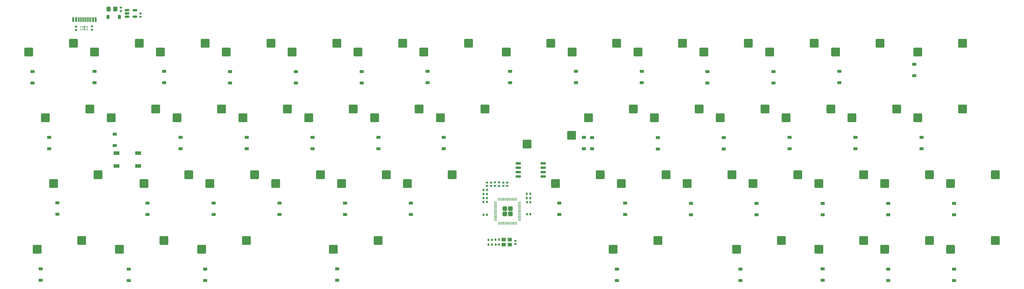
<source format=gbr>
%TF.GenerationSoftware,KiCad,Pcbnew,8.0.0*%
%TF.CreationDate,2024-03-22T00:44:03+00:00*%
%TF.ProjectId,40in60,3430696e-3630-42e6-9b69-6361645f7063,rev?*%
%TF.SameCoordinates,Original*%
%TF.FileFunction,Paste,Bot*%
%TF.FilePolarity,Positive*%
%FSLAX46Y46*%
G04 Gerber Fmt 4.6, Leading zero omitted, Abs format (unit mm)*
G04 Created by KiCad (PCBNEW 8.0.0) date 2024-03-22 00:44:03*
%MOMM*%
%LPD*%
G01*
G04 APERTURE LIST*
G04 Aperture macros list*
%AMRoundRect*
0 Rectangle with rounded corners*
0 $1 Rounding radius*
0 $2 $3 $4 $5 $6 $7 $8 $9 X,Y pos of 4 corners*
0 Add a 4 corners polygon primitive as box body*
4,1,4,$2,$3,$4,$5,$6,$7,$8,$9,$2,$3,0*
0 Add four circle primitives for the rounded corners*
1,1,$1+$1,$2,$3*
1,1,$1+$1,$4,$5*
1,1,$1+$1,$6,$7*
1,1,$1+$1,$8,$9*
0 Add four rect primitives between the rounded corners*
20,1,$1+$1,$2,$3,$4,$5,0*
20,1,$1+$1,$4,$5,$6,$7,0*
20,1,$1+$1,$6,$7,$8,$9,0*
20,1,$1+$1,$8,$9,$2,$3,0*%
G04 Aperture macros list end*
%ADD10RoundRect,0.250000X-1.025000X-1.000000X1.025000X-1.000000X1.025000X1.000000X-1.025000X1.000000X0*%
%ADD11RoundRect,0.250000X1.025000X1.000000X-1.025000X1.000000X-1.025000X-1.000000X1.025000X-1.000000X0*%
%ADD12RoundRect,0.225000X0.225000X0.375000X-0.225000X0.375000X-0.225000X-0.375000X0.225000X-0.375000X0*%
%ADD13RoundRect,0.225000X0.375000X-0.225000X0.375000X0.225000X-0.375000X0.225000X-0.375000X-0.225000X0*%
%ADD14RoundRect,0.150000X0.650000X0.150000X-0.650000X0.150000X-0.650000X-0.150000X0.650000X-0.150000X0*%
%ADD15RoundRect,0.140000X0.170000X-0.140000X0.170000X0.140000X-0.170000X0.140000X-0.170000X-0.140000X0*%
%ADD16RoundRect,0.150000X-0.512500X-0.150000X0.512500X-0.150000X0.512500X0.150000X-0.512500X0.150000X0*%
%ADD17RoundRect,0.135000X-0.185000X0.135000X-0.185000X-0.135000X0.185000X-0.135000X0.185000X0.135000X0*%
%ADD18RoundRect,0.135000X0.135000X0.185000X-0.135000X0.185000X-0.135000X-0.185000X0.135000X-0.185000X0*%
%ADD19RoundRect,0.140000X-0.140000X-0.170000X0.140000X-0.170000X0.140000X0.170000X-0.140000X0.170000X0*%
%ADD20RoundRect,0.249999X0.395001X0.395001X-0.395001X0.395001X-0.395001X-0.395001X0.395001X-0.395001X0*%
%ADD21RoundRect,0.050000X0.387500X0.050000X-0.387500X0.050000X-0.387500X-0.050000X0.387500X-0.050000X0*%
%ADD22RoundRect,0.050000X0.050000X0.387500X-0.050000X0.387500X-0.050000X-0.387500X0.050000X-0.387500X0*%
%ADD23RoundRect,0.140000X0.140000X0.170000X-0.140000X0.170000X-0.140000X-0.170000X0.140000X-0.170000X0*%
%ADD24R,1.700000X1.000000*%
%ADD25RoundRect,0.250000X-0.350000X-0.450000X0.350000X-0.450000X0.350000X0.450000X-0.350000X0.450000X0*%
%ADD26R,1.150000X1.000000*%
%ADD27R,0.600000X1.450000*%
%ADD28R,0.300000X1.450000*%
%ADD29RoundRect,0.135000X-0.135000X-0.185000X0.135000X-0.185000X0.135000X0.185000X-0.135000X0.185000X0*%
%ADD30R,0.250000X0.625000*%
%ADD31R,0.450000X0.700000*%
%ADD32R,0.450000X0.575000*%
G04 APERTURE END LIST*
D10*
%TO.C,SW43*%
X61618750Y-103140000D03*
X74545750Y-100600000D03*
%TD*%
%TO.C,SW28*%
X292600000Y-65040000D03*
X305527000Y-62500000D03*
%TD*%
%TO.C,SW4*%
X92575000Y-45990000D03*
X105502000Y-43450000D03*
%TD*%
%TO.C,SW18*%
X97337500Y-65040000D03*
X110264500Y-62500000D03*
%TD*%
%TO.C,SW46*%
X204493750Y-103140000D03*
X217420750Y-100600000D03*
%TD*%
%TO.C,SW21*%
X154487500Y-65040000D03*
X167414500Y-62500000D03*
%TD*%
%TO.C,SW40*%
X283075000Y-84090000D03*
X296002000Y-81550000D03*
%TD*%
%TO.C,SW6*%
X130675000Y-45990000D03*
X143602000Y-43450000D03*
%TD*%
%TO.C,SW10*%
X211637500Y-45990000D03*
X224564500Y-43450000D03*
%TD*%
%TO.C,SW39*%
X264025000Y-84090000D03*
X276952000Y-81550000D03*
%TD*%
%TO.C,SW36*%
X206875000Y-84090000D03*
X219802000Y-81550000D03*
%TD*%
%TO.C,SW13*%
X268787500Y-45990000D03*
X281714500Y-43450000D03*
%TD*%
%TO.C,SW15*%
X40187500Y-65040000D03*
X53114500Y-62500000D03*
%TD*%
%TO.C,SW25*%
X235450000Y-65040000D03*
X248377000Y-62500000D03*
%TD*%
%TO.C,SW26*%
X254500000Y-65040000D03*
X267427000Y-62500000D03*
%TD*%
%TO.C,SW32*%
X106862500Y-84090000D03*
X119789500Y-81550000D03*
%TD*%
%TO.C,SW20*%
X135437500Y-65040000D03*
X148364500Y-62500000D03*
%TD*%
%TO.C,SW29*%
X42568750Y-84090000D03*
X55495750Y-81550000D03*
%TD*%
%TO.C,SW33*%
X125912500Y-84090000D03*
X138839500Y-81550000D03*
%TD*%
%TO.C,SW49*%
X283075000Y-103140000D03*
X296002000Y-100600000D03*
%TD*%
%TO.C,SW1*%
X35425000Y-45990000D03*
X48352000Y-43450000D03*
%TD*%
%TO.C,SW12*%
X249737500Y-45990000D03*
X262664500Y-43450000D03*
%TD*%
%TO.C,SW16*%
X59237500Y-65040000D03*
X72164500Y-62500000D03*
%TD*%
D11*
%TO.C,SW22*%
X192470000Y-70120000D03*
X179543000Y-72660000D03*
%TD*%
D10*
%TO.C,SW14*%
X292600000Y-45990000D03*
X305527000Y-43450000D03*
%TD*%
%TO.C,SW27*%
X273550000Y-65040000D03*
X286477000Y-62500000D03*
%TD*%
%TO.C,SW19*%
X116387500Y-65040000D03*
X129314500Y-62500000D03*
%TD*%
%TO.C,SW11*%
X230687500Y-45990000D03*
X243614500Y-43450000D03*
%TD*%
%TO.C,SW48*%
X264025000Y-103140000D03*
X276952000Y-100600000D03*
%TD*%
%TO.C,SW5*%
X111625000Y-45990000D03*
X124552000Y-43450000D03*
%TD*%
%TO.C,SW42*%
X37806250Y-103140000D03*
X50733250Y-100600000D03*
%TD*%
%TO.C,SW30*%
X68762500Y-84090000D03*
X81689500Y-81550000D03*
%TD*%
%TO.C,SW50*%
X302125000Y-103140000D03*
X315052000Y-100600000D03*
%TD*%
%TO.C,SW44*%
X85431250Y-103140000D03*
X98358250Y-100600000D03*
%TD*%
%TO.C,SW17*%
X78287500Y-65040000D03*
X91214500Y-62500000D03*
%TD*%
%TO.C,SW41*%
X302125000Y-84090000D03*
X315052000Y-81550000D03*
%TD*%
%TO.C,SW3*%
X73525000Y-45990000D03*
X86452000Y-43450000D03*
%TD*%
%TO.C,SW45*%
X123531250Y-103140000D03*
X136458250Y-100600000D03*
%TD*%
%TO.C,SW24*%
X216400000Y-65040000D03*
X229327000Y-62500000D03*
%TD*%
%TO.C,SW38*%
X244975000Y-84090000D03*
X257902000Y-81550000D03*
%TD*%
%TO.C,SW47*%
X240212500Y-103140000D03*
X253139500Y-100600000D03*
%TD*%
%TO.C,SW35*%
X187825000Y-84090000D03*
X200752000Y-81550000D03*
%TD*%
%TO.C,SW34*%
X144962500Y-84090000D03*
X157889500Y-81550000D03*
%TD*%
%TO.C,SW2*%
X54475000Y-45990000D03*
X67402000Y-43450000D03*
%TD*%
%TO.C,SW37*%
X225925000Y-84090000D03*
X238852000Y-81550000D03*
%TD*%
%TO.C,SW31*%
X87812500Y-84090000D03*
X100739500Y-81550000D03*
%TD*%
%TO.C,SW8*%
X173537500Y-45990000D03*
X186464500Y-43450000D03*
%TD*%
%TO.C,SW7*%
X149725000Y-45990000D03*
X162652000Y-43450000D03*
%TD*%
%TO.C,SW23*%
X197350000Y-65040000D03*
X210277000Y-62500000D03*
%TD*%
%TO.C,SW9*%
X192587500Y-45990000D03*
X205514500Y-43450000D03*
%TD*%
D12*
%TO.C,DS1*%
X61618924Y-35774214D03*
X58318924Y-35774214D03*
%TD*%
D13*
%TO.C,D7*%
X150830000Y-54830000D03*
X150830000Y-51530000D03*
%TD*%
D14*
%TO.C,U2*%
X184211424Y-78184214D03*
X184211424Y-79454214D03*
X184211424Y-80724214D03*
X184211424Y-81994214D03*
X177011424Y-81994214D03*
X177011424Y-80724214D03*
X177011424Y-79454214D03*
X177011424Y-78184214D03*
%TD*%
D13*
%TO.C,D26*%
X255560000Y-74000000D03*
X255560000Y-70700000D03*
%TD*%
%TO.C,D49*%
X284100000Y-112147500D03*
X284100000Y-108847500D03*
%TD*%
%TO.C,D33*%
X126940000Y-93020000D03*
X126940000Y-89720000D03*
%TD*%
D15*
%TO.C,C14*%
X62041424Y-34064214D03*
X62041424Y-33104214D03*
%TD*%
D16*
%TO.C,U3*%
X63846424Y-35736714D03*
X63846424Y-34786714D03*
X63846424Y-33836714D03*
X66121424Y-33836714D03*
X66121424Y-35736714D03*
%TD*%
D13*
%TO.C,D17*%
X79330000Y-74010000D03*
X79330000Y-70710000D03*
%TD*%
%TO.C,D38*%
X245970000Y-93090000D03*
X245970000Y-89790000D03*
%TD*%
D17*
%TO.C,R8*%
X49141424Y-38544214D03*
X49141424Y-39564214D03*
%TD*%
D18*
%TO.C,R3*%
X171481424Y-100334214D03*
X170461424Y-100334214D03*
%TD*%
D13*
%TO.C,D2*%
X54480000Y-54880000D03*
X54480000Y-51580000D03*
%TD*%
D19*
%TO.C,C11*%
X168421424Y-100354214D03*
X169381424Y-100354214D03*
%TD*%
%TO.C,C9*%
X179551424Y-89484214D03*
X180511424Y-89484214D03*
%TD*%
D20*
%TO.C,U1*%
X174711424Y-92894214D03*
X174711424Y-91294214D03*
X173111424Y-92894214D03*
X173111424Y-91294214D03*
D21*
X177348924Y-89494214D03*
X177348924Y-89894214D03*
X177348924Y-90294214D03*
X177348924Y-90694214D03*
X177348924Y-91094214D03*
X177348924Y-91494214D03*
X177348924Y-91894214D03*
X177348924Y-92294214D03*
X177348924Y-92694214D03*
X177348924Y-93094214D03*
X177348924Y-93494214D03*
X177348924Y-93894214D03*
X177348924Y-94294214D03*
X177348924Y-94694214D03*
D22*
X176511424Y-95531714D03*
X176111424Y-95531714D03*
X175711424Y-95531714D03*
X175311424Y-95531714D03*
X174911424Y-95531714D03*
X174511424Y-95531714D03*
X174111424Y-95531714D03*
X173711424Y-95531714D03*
X173311424Y-95531714D03*
X172911424Y-95531714D03*
X172511424Y-95531714D03*
X172111424Y-95531714D03*
X171711424Y-95531714D03*
X171311424Y-95531714D03*
D21*
X170473924Y-94694214D03*
X170473924Y-94294214D03*
X170473924Y-93894214D03*
X170473924Y-93494214D03*
X170473924Y-93094214D03*
X170473924Y-92694214D03*
X170473924Y-92294214D03*
X170473924Y-91894214D03*
X170473924Y-91494214D03*
X170473924Y-91094214D03*
X170473924Y-90694214D03*
X170473924Y-90294214D03*
X170473924Y-89894214D03*
X170473924Y-89494214D03*
D22*
X171311424Y-88656714D03*
X171711424Y-88656714D03*
X172111424Y-88656714D03*
X172511424Y-88656714D03*
X172911424Y-88656714D03*
X173311424Y-88656714D03*
X173711424Y-88656714D03*
X174111424Y-88656714D03*
X174511424Y-88656714D03*
X174911424Y-88656714D03*
X175311424Y-88656714D03*
X175711424Y-88656714D03*
X176111424Y-88656714D03*
X176511424Y-88656714D03*
%TD*%
D15*
%TO.C,C5*%
X173861424Y-84754214D03*
X173861424Y-83794214D03*
%TD*%
D19*
%TO.C,C6*%
X168431424Y-101724214D03*
X169391424Y-101724214D03*
%TD*%
D13*
%TO.C,D29*%
X43690000Y-92957500D03*
X43690000Y-89657500D03*
%TD*%
%TO.C,D31*%
X88860000Y-93050000D03*
X88860000Y-89750000D03*
%TD*%
D19*
%TO.C,C10*%
X179591424Y-92904214D03*
X180551424Y-92904214D03*
%TD*%
D17*
%TO.C,R5*%
X170291424Y-83744214D03*
X170291424Y-84764214D03*
%TD*%
D13*
%TO.C,D41*%
X303150000Y-93110000D03*
X303150000Y-89810000D03*
%TD*%
D18*
%TO.C,R2*%
X167991424Y-88274214D03*
X166971424Y-88274214D03*
%TD*%
D13*
%TO.C,D40*%
X284080000Y-93110000D03*
X284080000Y-89810000D03*
%TD*%
D15*
%TO.C,C15*%
X67721424Y-35734214D03*
X67721424Y-34774214D03*
%TD*%
D13*
%TO.C,D36*%
X207950000Y-93040000D03*
X207950000Y-89740000D03*
%TD*%
%TO.C,D11*%
X231770000Y-54910000D03*
X231770000Y-51610000D03*
%TD*%
%TO.C,D13*%
X269920000Y-54860000D03*
X269920000Y-51560000D03*
%TD*%
%TO.C,D39*%
X265060000Y-93090000D03*
X265060000Y-89790000D03*
%TD*%
%TO.C,D35*%
X188880000Y-93050000D03*
X188880000Y-89750000D03*
%TD*%
%TO.C,D24*%
X217460000Y-74047500D03*
X217460000Y-70747500D03*
%TD*%
%TO.C,D4*%
X93630000Y-54937500D03*
X93630000Y-51637500D03*
%TD*%
%TO.C,D43*%
X64310000Y-108870000D03*
X64310000Y-112170000D03*
%TD*%
D23*
%TO.C,C12*%
X167941424Y-93074214D03*
X166981424Y-93074214D03*
%TD*%
D24*
%TO.C,RST1*%
X67090918Y-75205040D03*
X60790918Y-75205040D03*
X67090918Y-79005040D03*
X60790918Y-79005040D03*
%TD*%
D15*
%TO.C,C4*%
X169131424Y-84724214D03*
X169131424Y-83764214D03*
%TD*%
%TO.C,C2*%
X176181424Y-101564214D03*
X176181424Y-100604214D03*
%TD*%
D25*
%TO.C,F1*%
X58481424Y-33544214D03*
X60481424Y-33544214D03*
%TD*%
D13*
%TO.C,D37*%
X226960000Y-93080000D03*
X226960000Y-89780000D03*
%TD*%
%TO.C,D45*%
X124590000Y-112087500D03*
X124590000Y-108787500D03*
%TD*%
%TO.C,D19*%
X117560000Y-74010000D03*
X117560000Y-70710000D03*
%TD*%
%TO.C,D1*%
X36500000Y-54950000D03*
X36500000Y-51650000D03*
%TD*%
%TO.C,D30*%
X69800000Y-93047500D03*
X69800000Y-89747500D03*
%TD*%
%TO.C,D48*%
X265090000Y-112070000D03*
X265090000Y-108770000D03*
%TD*%
%TO.C,D28*%
X293670000Y-74000000D03*
X293670000Y-70700000D03*
%TD*%
D26*
%TO.C,Y1*%
X174591424Y-101724214D03*
X172841424Y-101724214D03*
X172841424Y-100324214D03*
X174591424Y-100324214D03*
%TD*%
D15*
%TO.C,C7*%
X167961424Y-84734214D03*
X167961424Y-83774214D03*
%TD*%
D13*
%TO.C,D10*%
X212750000Y-54850000D03*
X212750000Y-51550000D03*
%TD*%
%TO.C,D15*%
X41310000Y-73940000D03*
X41310000Y-70640000D03*
%TD*%
%TO.C,D32*%
X107950000Y-93040000D03*
X107950000Y-89740000D03*
%TD*%
%TO.C,D14*%
X291561424Y-52794214D03*
X291561424Y-49494214D03*
%TD*%
%TO.C,D20*%
X136530000Y-74000000D03*
X136530000Y-70700000D03*
%TD*%
D19*
%TO.C,C1*%
X167001424Y-85894214D03*
X167961424Y-85894214D03*
%TD*%
D13*
%TO.C,D23*%
X198390000Y-74017500D03*
X198390000Y-70717500D03*
%TD*%
%TO.C,D18*%
X98480000Y-73950000D03*
X98480000Y-70650000D03*
%TD*%
D27*
%TO.C,J1*%
X48302642Y-36539214D03*
X49102642Y-36539214D03*
D28*
X50302642Y-36539214D03*
X51302642Y-36539214D03*
X51802642Y-36539214D03*
X52802642Y-36539214D03*
D27*
X54002642Y-36539214D03*
X54802642Y-36539214D03*
X54802642Y-36539214D03*
X54002642Y-36539214D03*
D28*
X53302642Y-36539214D03*
X52302642Y-36539214D03*
X50802642Y-36539214D03*
X49802642Y-36539214D03*
D27*
X49102642Y-36539214D03*
X48302642Y-36539214D03*
%TD*%
D13*
%TO.C,D5*%
X112710000Y-54900000D03*
X112710000Y-51600000D03*
%TD*%
%TO.C,D22*%
X196031424Y-74014214D03*
X196031424Y-70714214D03*
%TD*%
%TO.C,D34*%
X146000000Y-93060000D03*
X146000000Y-89760000D03*
%TD*%
%TO.C,D8*%
X174680000Y-54820000D03*
X174680000Y-51520000D03*
%TD*%
%TO.C,D6*%
X131760000Y-54940000D03*
X131760000Y-51640000D03*
%TD*%
%TO.C,D50*%
X303120000Y-112170000D03*
X303120000Y-108870000D03*
%TD*%
D29*
%TO.C,R6*%
X179521424Y-88304214D03*
X180541424Y-88304214D03*
%TD*%
D13*
%TO.C,D9*%
X193680000Y-54837500D03*
X193680000Y-51537500D03*
%TD*%
D19*
%TO.C,C3*%
X170511424Y-101734214D03*
X171471424Y-101734214D03*
%TD*%
D13*
%TO.C,D16*%
X60261424Y-73054214D03*
X60261424Y-69754214D03*
%TD*%
%TO.C,D46*%
X205530000Y-112120000D03*
X205530000Y-108820000D03*
%TD*%
D15*
%TO.C,C8*%
X172711424Y-84724214D03*
X172711424Y-83764214D03*
%TD*%
D13*
%TO.C,D12*%
X250830000Y-54950000D03*
X250830000Y-51650000D03*
%TD*%
D17*
%TO.C,R9*%
X53691424Y-38534214D03*
X53691424Y-39554214D03*
%TD*%
D13*
%TO.C,D3*%
X74610000Y-54870000D03*
X74610000Y-51570000D03*
%TD*%
%TO.C,D21*%
X155470000Y-74010000D03*
X155470000Y-70710000D03*
%TD*%
D17*
%TO.C,R4*%
X171471424Y-83754214D03*
X171471424Y-84774214D03*
%TD*%
D29*
%TO.C,R1*%
X166981424Y-87074214D03*
X168001424Y-87074214D03*
%TD*%
D18*
%TO.C,R7*%
X180521424Y-87034214D03*
X179501424Y-87034214D03*
%TD*%
D30*
%TO.C,U4*%
X50451424Y-38656714D03*
X50951424Y-38656714D03*
D31*
X51451424Y-38694214D03*
D30*
X51951424Y-38656714D03*
X52451424Y-38656714D03*
X52451424Y-39431714D03*
X51951424Y-39431714D03*
D32*
X51451424Y-39456714D03*
D30*
X50951424Y-39431714D03*
X50451424Y-39431714D03*
%TD*%
D13*
%TO.C,D27*%
X274610000Y-74000000D03*
X274610000Y-70700000D03*
%TD*%
%TO.C,D47*%
X241320000Y-112130000D03*
X241320000Y-108830000D03*
%TD*%
%TO.C,D25*%
X236510000Y-74020000D03*
X236510000Y-70720000D03*
%TD*%
%TO.C,D44*%
X86470000Y-112120000D03*
X86470000Y-108820000D03*
%TD*%
%TO.C,D42*%
X38870000Y-112067500D03*
X38870000Y-108767500D03*
%TD*%
D23*
%TO.C,C13*%
X167951424Y-89414214D03*
X166991424Y-89414214D03*
%TD*%
M02*

</source>
